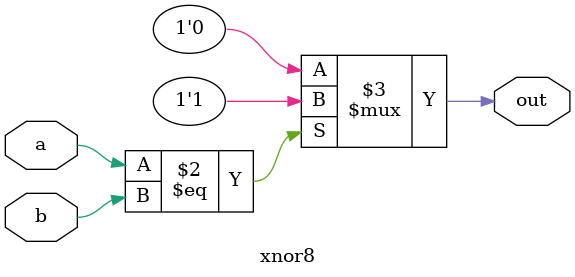
<source format=v>
module xnor8 (
  input a,
  input b,
  output reg out
);

    always @(*) begin
        out = (a == b) ? 1'b1 : 1'b0; // XNOR using conditional expression (XOR and invert both)
    end
    
endmodule

</source>
